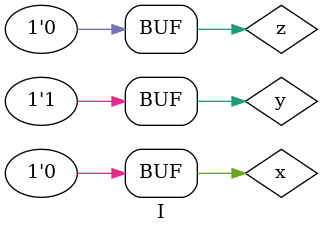
<source format=sv>

interface I;

  localparam bit Z = 1'b0;

  logic x;
  logic y;
  logic z;

  always_comb z = Z;      // Constant
  always_comb y = 1'b1;   // Literal
  always_comb x = z;      // Signal

endinterface


module M
  ( I ifc_I // Interface instance in module port.
  );
  // Only module port is defined during module definition.
endmodule


module top;

  I u_I ();
  M u_M
    ( .ifc_I  (u_I) // Module instantiation and port connection.
    );

endmodule

</source>
